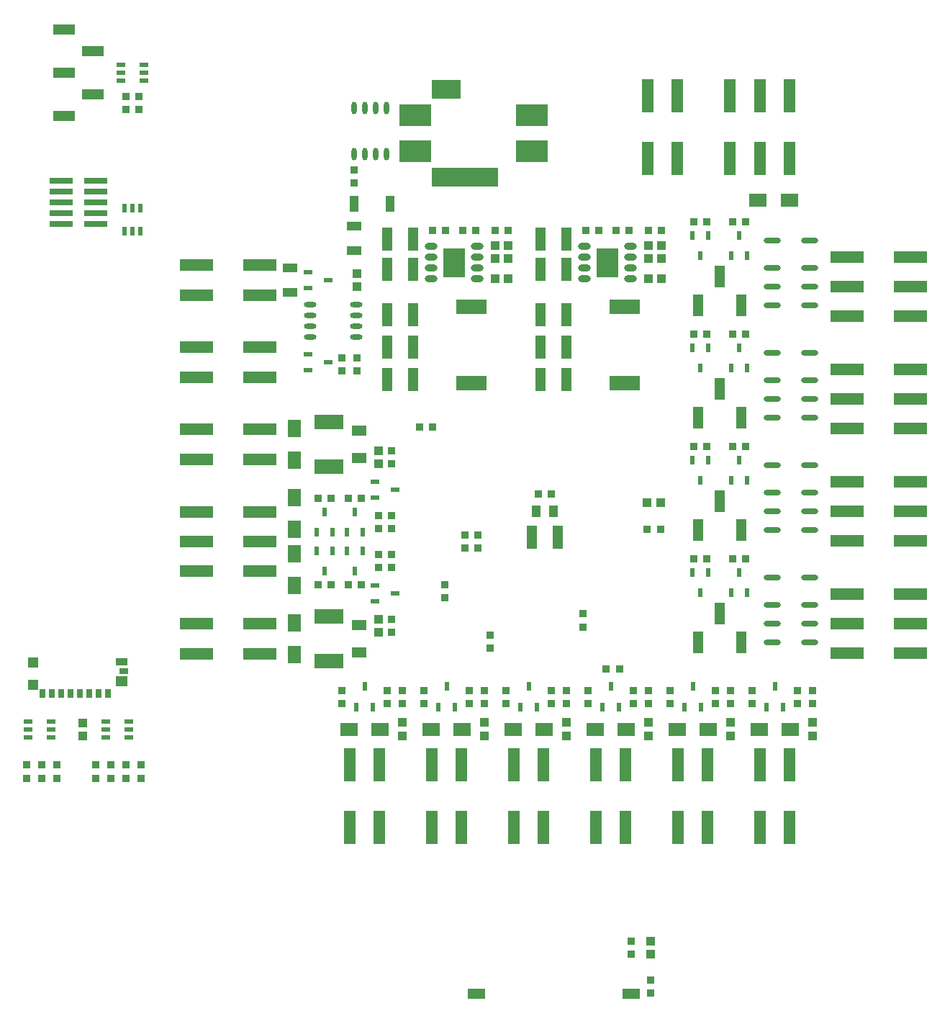
<source format=gbp>
G04*
G04 #@! TF.GenerationSoftware,Altium Limited,Altium Designer,22.9.1 (49)*
G04*
G04 Layer_Color=128*
%FSLAX25Y25*%
%MOIN*%
G70*
G04*
G04 #@! TF.SameCoordinates,BD774D37-2A64-432E-85FC-E47F3F74055D*
G04*
G04*
G04 #@! TF.FilePolarity,Positive*
G04*
G01*
G75*
%ADD13R,0.04921X0.11024*%
%ADD14R,0.03740X0.03347*%
%ADD16R,0.07165X0.04882*%
G04:AMPARAMS|DCode=18|XSize=23.62mil|YSize=57.09mil|CornerRadius=11.81mil|HoleSize=0mil|Usage=FLASHONLY|Rotation=270.000|XOffset=0mil|YOffset=0mil|HoleType=Round|Shape=RoundedRectangle|*
%AMROUNDEDRECTD18*
21,1,0.02362,0.03347,0,0,270.0*
21,1,0.00000,0.05709,0,0,270.0*
1,1,0.02362,-0.01673,0.00000*
1,1,0.02362,-0.01673,0.00000*
1,1,0.02362,0.01673,0.00000*
1,1,0.02362,0.01673,0.00000*
%
%ADD18ROUNDEDRECTD18*%
%ADD19R,0.03937X0.03839*%
%ADD21R,0.03839X0.03937*%
%ADD29R,0.03347X0.03740*%
%ADD32R,0.03937X0.02362*%
%ADD33R,0.02362X0.03937*%
%ADD43R,0.06693X0.04134*%
%ADD117R,0.07874X0.05118*%
%ADD118R,0.05512X0.03543*%
%ADD119R,0.03937X0.02756*%
%ADD120R,0.02756X0.03937*%
%ADD121R,0.04528X0.04724*%
%ADD122R,0.05709X0.04724*%
%ADD123R,0.10287X0.13787*%
G04:AMPARAMS|DCode=124|XSize=31.58mil|YSize=59.25mil|CornerRadius=15.79mil|HoleSize=0mil|Usage=FLASHONLY|Rotation=270.000|XOffset=0mil|YOffset=0mil|HoleType=Round|Shape=RoundedRectangle|*
%AMROUNDEDRECTD124*
21,1,0.03158,0.02768,0,0,270.0*
21,1,0.00000,0.05925,0,0,270.0*
1,1,0.03158,-0.01384,0.00000*
1,1,0.03158,-0.01384,0.00000*
1,1,0.03158,0.01384,0.00000*
1,1,0.03158,0.01384,0.00000*
%
%ADD124ROUNDEDRECTD124*%
G04:AMPARAMS|DCode=125|XSize=23.62mil|YSize=57.09mil|CornerRadius=11.81mil|HoleSize=0mil|Usage=FLASHONLY|Rotation=0.000|XOffset=0mil|YOffset=0mil|HoleType=Round|Shape=RoundedRectangle|*
%AMROUNDEDRECTD125*
21,1,0.02362,0.03347,0,0,0.0*
21,1,0.00000,0.05709,0,0,0.0*
1,1,0.02362,0.00000,-0.01673*
1,1,0.02362,0.00000,-0.01673*
1,1,0.02362,0.00000,0.01673*
1,1,0.02362,0.00000,0.01673*
%
%ADD125ROUNDEDRECTD125*%
%ADD126R,0.05512X0.15748*%
%ADD127R,0.15748X0.05512*%
%ADD128R,0.08268X0.06299*%
%ADD129R,0.10906X0.02559*%
%ADD130R,0.14173X0.07087*%
%ADD131R,0.06299X0.08268*%
%ADD132R,0.13780X0.07008*%
%ADD133R,0.04724X0.09882*%
%ADD134R,0.04331X0.05512*%
G04:AMPARAMS|DCode=135|XSize=27.56mil|YSize=78.74mil|CornerRadius=13.78mil|HoleSize=0mil|Usage=FLASHONLY|Rotation=270.000|XOffset=0mil|YOffset=0mil|HoleType=Round|Shape=RoundedRectangle|*
%AMROUNDEDRECTD135*
21,1,0.02756,0.05118,0,0,270.0*
21,1,0.00000,0.07874,0,0,270.0*
1,1,0.02756,-0.02559,0.00000*
1,1,0.02756,-0.02559,0.00000*
1,1,0.02756,0.02559,0.00000*
1,1,0.02756,0.02559,0.00000*
%
%ADD135ROUNDEDRECTD135*%
%ADD136R,0.04331X0.07677*%
%ADD137R,0.14961X0.09843*%
%ADD138R,0.13386X0.09055*%
%ADD139R,0.31102X0.09055*%
%ADD140R,0.09882X0.04724*%
D13*
X6004Y89000D02*
D03*
X-6004D02*
D03*
Y103000D02*
D03*
X6004D02*
D03*
X-64996D02*
D03*
X-77004D02*
D03*
X-64996Y89000D02*
D03*
X-77004D02*
D03*
Y68000D02*
D03*
X-64996D02*
D03*
X-77004Y53000D02*
D03*
X-64996D02*
D03*
X-77004Y38000D02*
D03*
X-64996D02*
D03*
X6004Y68000D02*
D03*
X-6004D02*
D03*
X6004Y53000D02*
D03*
X-6004D02*
D03*
X6004Y38000D02*
D03*
X-6004D02*
D03*
X2004Y-35000D02*
D03*
X-10004D02*
D03*
D14*
X-191000Y-146551D02*
D03*
Y-140449D02*
D03*
X-198000D02*
D03*
Y-146551D02*
D03*
X-205000Y-140449D02*
D03*
Y-146551D02*
D03*
X-212000D02*
D03*
Y-140449D02*
D03*
X-230000Y-146551D02*
D03*
Y-140449D02*
D03*
X-237000Y-146551D02*
D03*
Y-140449D02*
D03*
X-244000Y-146551D02*
D03*
Y-140449D02*
D03*
X-81000Y-31051D02*
D03*
Y-24949D02*
D03*
X-75000Y-31051D02*
D03*
Y-24949D02*
D03*
X-81000Y-42949D02*
D03*
Y-49051D02*
D03*
X-75000Y-42949D02*
D03*
Y-49051D02*
D03*
Y-72949D02*
D03*
Y-79051D02*
D03*
X-98000Y-112051D02*
D03*
Y-105949D02*
D03*
X-77000Y-112051D02*
D03*
Y-105949D02*
D03*
X-70000Y-112051D02*
D03*
Y-105949D02*
D03*
X-60000Y-112051D02*
D03*
Y-105949D02*
D03*
X-39000Y-112051D02*
D03*
Y-105949D02*
D03*
X-32000Y-112051D02*
D03*
Y-105949D02*
D03*
X-22000Y-112051D02*
D03*
Y-105949D02*
D03*
X-1000Y-112051D02*
D03*
Y-105949D02*
D03*
X6000Y-112051D02*
D03*
Y-105949D02*
D03*
X16000Y-112051D02*
D03*
Y-105949D02*
D03*
X37000Y-112051D02*
D03*
Y-105949D02*
D03*
X44000Y-112051D02*
D03*
Y-105949D02*
D03*
X54000Y-112051D02*
D03*
Y-105949D02*
D03*
X75000Y-112051D02*
D03*
Y-105949D02*
D03*
X82000Y-112051D02*
D03*
Y-105949D02*
D03*
X92000D02*
D03*
Y-112051D02*
D03*
X113000D02*
D03*
Y-105949D02*
D03*
X120000Y-112051D02*
D03*
Y-105949D02*
D03*
X13500Y-70449D02*
D03*
Y-76551D02*
D03*
X-29509Y-86284D02*
D03*
Y-80182D02*
D03*
X-50500Y-56949D02*
D03*
Y-63051D02*
D03*
X-75000Y-1051D02*
D03*
Y5051D02*
D03*
X-98000Y41949D02*
D03*
Y48051D02*
D03*
X-91000Y41949D02*
D03*
Y48051D02*
D03*
X-92500Y135000D02*
D03*
Y128898D02*
D03*
X36000Y-221949D02*
D03*
Y-228051D02*
D03*
X45000Y-239949D02*
D03*
Y-246051D02*
D03*
X-198000Y169051D02*
D03*
Y162949D02*
D03*
X-192000Y169051D02*
D03*
Y162949D02*
D03*
D16*
X-90000Y1583D02*
D03*
Y14417D02*
D03*
Y-75583D02*
D03*
Y-88417D02*
D03*
D18*
X-91272Y72500D02*
D03*
Y67500D02*
D03*
Y62500D02*
D03*
Y57500D02*
D03*
X-112728Y72500D02*
D03*
Y67500D02*
D03*
Y62500D02*
D03*
Y57500D02*
D03*
D19*
X-81000Y-72900D02*
D03*
Y-79100D02*
D03*
X-70000Y-127000D02*
D03*
Y-120800D02*
D03*
X-32000Y-127000D02*
D03*
Y-120800D02*
D03*
X6000Y-127000D02*
D03*
Y-120800D02*
D03*
X44000Y-127000D02*
D03*
Y-120800D02*
D03*
X82000Y-127000D02*
D03*
Y-120800D02*
D03*
X120000Y-127000D02*
D03*
Y-120800D02*
D03*
X-81000Y-1100D02*
D03*
Y5100D02*
D03*
X-91000Y80900D02*
D03*
Y87100D02*
D03*
X45000Y-228100D02*
D03*
Y-221900D02*
D03*
X-218000Y-120900D02*
D03*
Y-127100D02*
D03*
D21*
X43900Y100000D02*
D03*
X50100D02*
D03*
X43900Y94000D02*
D03*
X50100D02*
D03*
X-20900D02*
D03*
X-27100D02*
D03*
X43900Y84500D02*
D03*
X50100D02*
D03*
X-27100D02*
D03*
X-20900D02*
D03*
Y100000D02*
D03*
X-27100D02*
D03*
X49600Y-19000D02*
D03*
X43400D02*
D03*
D29*
X21051Y107000D02*
D03*
X14949D02*
D03*
X35051D02*
D03*
X28949D02*
D03*
X43949D02*
D03*
X50051D02*
D03*
X-20949D02*
D03*
X-27051D02*
D03*
X-42051D02*
D03*
X-35949D02*
D03*
X-56051D02*
D03*
X-49949D02*
D03*
X-109051Y-17000D02*
D03*
X-102949D02*
D03*
X-88949D02*
D03*
X-95051D02*
D03*
X-102949Y-57000D02*
D03*
X-109051D02*
D03*
X-88949D02*
D03*
X-95051D02*
D03*
X71051Y111000D02*
D03*
X64949D02*
D03*
X82949D02*
D03*
X89051D02*
D03*
X71051Y59000D02*
D03*
X64949D02*
D03*
X89051D02*
D03*
X82949D02*
D03*
X71051Y7000D02*
D03*
X64949D02*
D03*
X89051D02*
D03*
X82949D02*
D03*
X71051Y-45000D02*
D03*
X64949D02*
D03*
X82949D02*
D03*
X89051D02*
D03*
X-7051Y-15000D02*
D03*
X-949D02*
D03*
X43449Y-31500D02*
D03*
X49551D02*
D03*
X30551Y-96000D02*
D03*
X24449D02*
D03*
X-34949Y-34000D02*
D03*
X-41051D02*
D03*
Y-40000D02*
D03*
X-34949D02*
D03*
X-55949Y16000D02*
D03*
X-62051D02*
D03*
D32*
X-82724Y-16740D02*
D03*
Y-9260D02*
D03*
X-73276Y-13000D02*
D03*
X-82724Y-64740D02*
D03*
Y-57260D02*
D03*
X-73276Y-61000D02*
D03*
X-104276Y46000D02*
D03*
X-113724Y49740D02*
D03*
Y42260D02*
D03*
X-104276Y84000D02*
D03*
X-113724Y87740D02*
D03*
Y80260D02*
D03*
X-207315Y-120260D02*
D03*
Y-124000D02*
D03*
Y-127740D02*
D03*
X-196685D02*
D03*
Y-124000D02*
D03*
Y-120260D02*
D03*
X-243315D02*
D03*
Y-124000D02*
D03*
Y-127740D02*
D03*
X-232685D02*
D03*
Y-124000D02*
D03*
Y-120260D02*
D03*
X-200315Y183740D02*
D03*
X-189685D02*
D03*
Y180000D02*
D03*
Y176260D02*
D03*
X-200315D02*
D03*
Y180000D02*
D03*
D33*
X-109740Y-41276D02*
D03*
X-102260D02*
D03*
X-106000Y-50724D02*
D03*
X-102260Y-32724D02*
D03*
X-109740D02*
D03*
X-106000Y-23276D02*
D03*
X-95740Y-32724D02*
D03*
X-92000Y-23276D02*
D03*
X-88260Y-32724D02*
D03*
X-88260Y-41276D02*
D03*
X-92000Y-50724D02*
D03*
X-95740Y-41276D02*
D03*
X30240Y-113624D02*
D03*
X22760D02*
D03*
X26500Y-104176D02*
D03*
X-83760Y-113624D02*
D03*
X-91240D02*
D03*
X-87500Y-104176D02*
D03*
X-45760Y-113624D02*
D03*
X-53240D02*
D03*
X-49500Y-104176D02*
D03*
X-7760Y-113624D02*
D03*
X-15240D02*
D03*
X-11500Y-104176D02*
D03*
X60760Y-113624D02*
D03*
X64500Y-104176D02*
D03*
X68240Y-113624D02*
D03*
X98760D02*
D03*
X102500Y-104176D02*
D03*
X106240Y-113624D02*
D03*
X68000Y95276D02*
D03*
X71740Y104724D02*
D03*
X64260D02*
D03*
X89740Y95276D02*
D03*
X86000Y104724D02*
D03*
X82260Y95276D02*
D03*
X64260Y52724D02*
D03*
X71740D02*
D03*
X68000Y43276D02*
D03*
X82260D02*
D03*
X86000Y52724D02*
D03*
X89740Y43276D02*
D03*
X64260Y724D02*
D03*
X71740D02*
D03*
X68000Y-8724D02*
D03*
X89740D02*
D03*
X82260D02*
D03*
X86000Y724D02*
D03*
X64260Y-51276D02*
D03*
X71740D02*
D03*
X68000Y-60724D02*
D03*
X89740D02*
D03*
X82260D02*
D03*
X86000Y-51276D02*
D03*
X-198740Y106685D02*
D03*
X-195000D02*
D03*
X-191260D02*
D03*
Y117315D02*
D03*
X-195000D02*
D03*
X-198740D02*
D03*
D43*
X-122000Y78390D02*
D03*
Y89610D02*
D03*
X-92500Y109000D02*
D03*
Y97780D02*
D03*
D117*
X35826Y-246500D02*
D03*
X-35827D02*
D03*
D118*
X-199872Y-92539D02*
D03*
D119*
X-199085Y-97067D02*
D03*
D120*
X-206368Y-107461D02*
D03*
X-210699D02*
D03*
X-215030D02*
D03*
X-219360D02*
D03*
X-223691D02*
D03*
X-228022D02*
D03*
X-232352D02*
D03*
X-236683D02*
D03*
D121*
X-240915Y-103327D02*
D03*
Y-93130D02*
D03*
D122*
X-199970Y-101594D02*
D03*
D123*
X-46000Y92000D02*
D03*
X25000D02*
D03*
D124*
X-35272Y99500D02*
D03*
Y94500D02*
D03*
Y89500D02*
D03*
Y84500D02*
D03*
X-56728Y99500D02*
D03*
Y94500D02*
D03*
Y89500D02*
D03*
Y84500D02*
D03*
X14272D02*
D03*
Y89500D02*
D03*
Y94500D02*
D03*
Y99500D02*
D03*
X35728Y84500D02*
D03*
Y89500D02*
D03*
Y94500D02*
D03*
Y99500D02*
D03*
D125*
X-92500Y163728D02*
D03*
X-87500D02*
D03*
X-82500D02*
D03*
X-77500D02*
D03*
X-92500Y142272D02*
D03*
X-87500D02*
D03*
X-82500D02*
D03*
X-77500D02*
D03*
D126*
X109280Y169467D02*
D03*
Y140333D02*
D03*
X81721Y169467D02*
D03*
Y140333D02*
D03*
X95500Y169467D02*
D03*
Y140333D02*
D03*
X43610Y140333D02*
D03*
Y169467D02*
D03*
X57390Y140333D02*
D03*
Y169467D02*
D03*
X95610Y-169467D02*
D03*
Y-140333D02*
D03*
X109390Y-169467D02*
D03*
Y-140333D02*
D03*
X71390D02*
D03*
Y-169467D02*
D03*
X57610Y-140333D02*
D03*
Y-169467D02*
D03*
X19610D02*
D03*
Y-140333D02*
D03*
X33390Y-169467D02*
D03*
Y-140333D02*
D03*
X-4610D02*
D03*
Y-169467D02*
D03*
X-18390Y-140333D02*
D03*
Y-169467D02*
D03*
X-56390D02*
D03*
Y-140333D02*
D03*
X-42610Y-169467D02*
D03*
Y-140333D02*
D03*
X-80610D02*
D03*
Y-169467D02*
D03*
X-94390Y-140333D02*
D03*
Y-169467D02*
D03*
D127*
X-136133Y-37000D02*
D03*
X-165267D02*
D03*
X-136133Y-50779D02*
D03*
X-165267D02*
D03*
X-136133Y-23221D02*
D03*
X-165267D02*
D03*
X165267Y67220D02*
D03*
X136133D02*
D03*
X165267Y94779D02*
D03*
X136133D02*
D03*
X165267Y81000D02*
D03*
X136133D02*
D03*
Y29000D02*
D03*
X165267D02*
D03*
X136133Y42779D02*
D03*
X165267D02*
D03*
X136133Y15221D02*
D03*
X165267D02*
D03*
Y-36779D02*
D03*
X136133D02*
D03*
X165267Y-9221D02*
D03*
X136133D02*
D03*
X165267Y-23000D02*
D03*
X136133D02*
D03*
Y-75000D02*
D03*
X165267D02*
D03*
X136133Y-61221D02*
D03*
X165267D02*
D03*
X136133Y-88779D02*
D03*
X165267D02*
D03*
X-165267Y52890D02*
D03*
X-136133D02*
D03*
X-165267Y39110D02*
D03*
X-136133D02*
D03*
Y1110D02*
D03*
X-165267D02*
D03*
X-136133Y14890D02*
D03*
X-165267D02*
D03*
Y90890D02*
D03*
X-136133D02*
D03*
X-165267Y77110D02*
D03*
X-136133D02*
D03*
Y-88890D02*
D03*
X-165267D02*
D03*
X-136133Y-75110D02*
D03*
X-165267D02*
D03*
D128*
X109185Y121000D02*
D03*
X94815D02*
D03*
X19315Y-123900D02*
D03*
X33685D02*
D03*
X-94685D02*
D03*
X-80315D02*
D03*
X-56685D02*
D03*
X-42315D02*
D03*
X-18685D02*
D03*
X-4315D02*
D03*
X57315D02*
D03*
X71685D02*
D03*
X95315D02*
D03*
X109685D02*
D03*
D129*
X-227933Y110000D02*
D03*
X-212067Y115000D02*
D03*
X-227933D02*
D03*
X-212067Y120000D02*
D03*
X-227933D02*
D03*
X-212067Y125000D02*
D03*
X-227933D02*
D03*
X-212067Y110000D02*
D03*
X-227933Y130000D02*
D03*
X-212067D02*
D03*
D130*
X-38000Y71716D02*
D03*
Y36283D02*
D03*
X33000Y71716D02*
D03*
Y36283D02*
D03*
D131*
X-120000Y-16815D02*
D03*
Y-31185D02*
D03*
Y-57185D02*
D03*
Y-42815D02*
D03*
Y-89185D02*
D03*
Y-74815D02*
D03*
Y815D02*
D03*
Y15185D02*
D03*
D132*
X-104000Y-71705D02*
D03*
Y-92295D02*
D03*
Y-2295D02*
D03*
Y18295D02*
D03*
D133*
X87000Y72484D02*
D03*
X77000Y85516D02*
D03*
X67000Y72484D02*
D03*
Y20484D02*
D03*
X77000Y33516D02*
D03*
X87000Y20484D02*
D03*
X67000Y-31516D02*
D03*
X77000Y-18484D02*
D03*
X87000Y-31516D02*
D03*
Y-83516D02*
D03*
X77000Y-70484D02*
D03*
X67000Y-83516D02*
D03*
D134*
X-8134Y-23000D02*
D03*
X134D02*
D03*
D135*
X101339Y-66338D02*
D03*
Y-74999D02*
D03*
Y-83661D02*
D03*
X118661D02*
D03*
Y-74999D02*
D03*
Y-66338D02*
D03*
Y-53739D02*
D03*
X101339D02*
D03*
Y-14338D02*
D03*
Y-22999D02*
D03*
Y-31661D02*
D03*
X118661D02*
D03*
Y-22999D02*
D03*
Y-14338D02*
D03*
Y-1739D02*
D03*
X101339D02*
D03*
Y37662D02*
D03*
Y29001D02*
D03*
Y20339D02*
D03*
X118661D02*
D03*
Y29001D02*
D03*
Y37662D02*
D03*
Y50261D02*
D03*
X101339D02*
D03*
Y89662D02*
D03*
Y81001D02*
D03*
Y72339D02*
D03*
X118661D02*
D03*
Y81001D02*
D03*
Y89662D02*
D03*
Y102261D02*
D03*
X101339D02*
D03*
D136*
X-92500Y119360D02*
D03*
X-75571D02*
D03*
D137*
X-10031Y143535D02*
D03*
Y160465D02*
D03*
X-63968D02*
D03*
Y143535D02*
D03*
D138*
X-49795Y172276D02*
D03*
D139*
X-40937Y131724D02*
D03*
D140*
X-213484Y170000D02*
D03*
X-226516Y160000D02*
D03*
Y180000D02*
D03*
X-213484Y190000D02*
D03*
X-226516Y200000D02*
D03*
M02*

</source>
